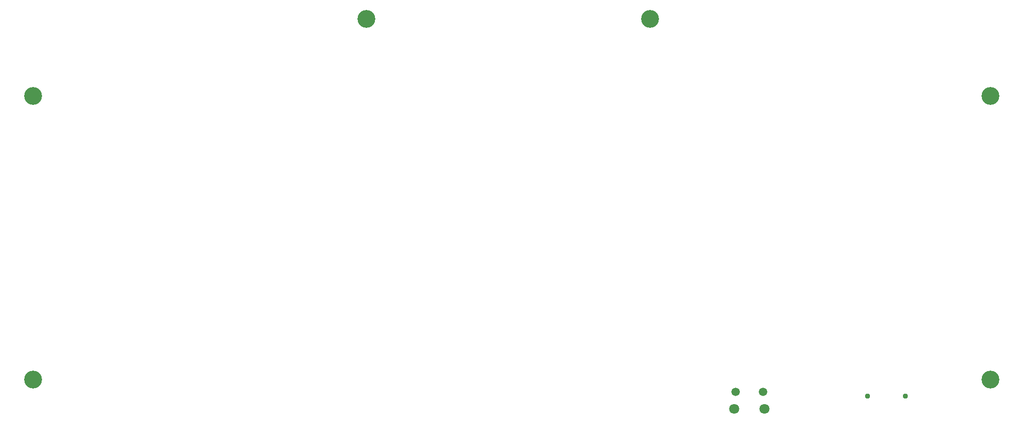
<source format=gbr>
%TF.GenerationSoftware,KiCad,Pcbnew,7.0.2*%
%TF.CreationDate,2023-07-21T23:11:28-07:00*%
%TF.ProjectId,Score-Board,53636f72-652d-4426-9f61-72642e6b6963,1*%
%TF.SameCoordinates,Original*%
%TF.FileFunction,NonPlated,1,2,NPTH,Drill*%
%TF.FilePolarity,Positive*%
%FSLAX46Y46*%
G04 Gerber Fmt 4.6, Leading zero omitted, Abs format (unit mm)*
G04 Created by KiCad (PCBNEW 7.0.2) date 2023-07-21 23:11:28*
%MOMM*%
%LPD*%
G01*
G04 APERTURE LIST*
%TA.AperFunction,ComponentDrill*%
%ADD10C,0.950000*%
%TD*%
%TA.AperFunction,ComponentDrill*%
%ADD11C,1.500000*%
%TD*%
%TA.AperFunction,ComponentDrill*%
%ADD12C,1.800000*%
%TD*%
%TA.AperFunction,ComponentDrill*%
%ADD13C,3.200000*%
%TD*%
G04 APERTURE END LIST*
D10*
%TO.C,SD1*%
X196310000Y-118618000D03*
X203110000Y-118618000D03*
D11*
%TO.C,U1*%
X172694100Y-117856000D03*
X177544100Y-117856000D03*
D12*
X172394100Y-120886000D03*
X177844100Y-120886000D03*
D13*
%TO.C,H3*%
X46900000Y-64810000D03*
%TO.C,H1*%
X46900000Y-115610000D03*
%TO.C,H5*%
X106574237Y-51024919D03*
%TO.C,H6*%
X157374237Y-51024919D03*
%TO.C,H4*%
X218350000Y-64810000D03*
%TO.C,H2*%
X218350000Y-115610000D03*
M02*

</source>
